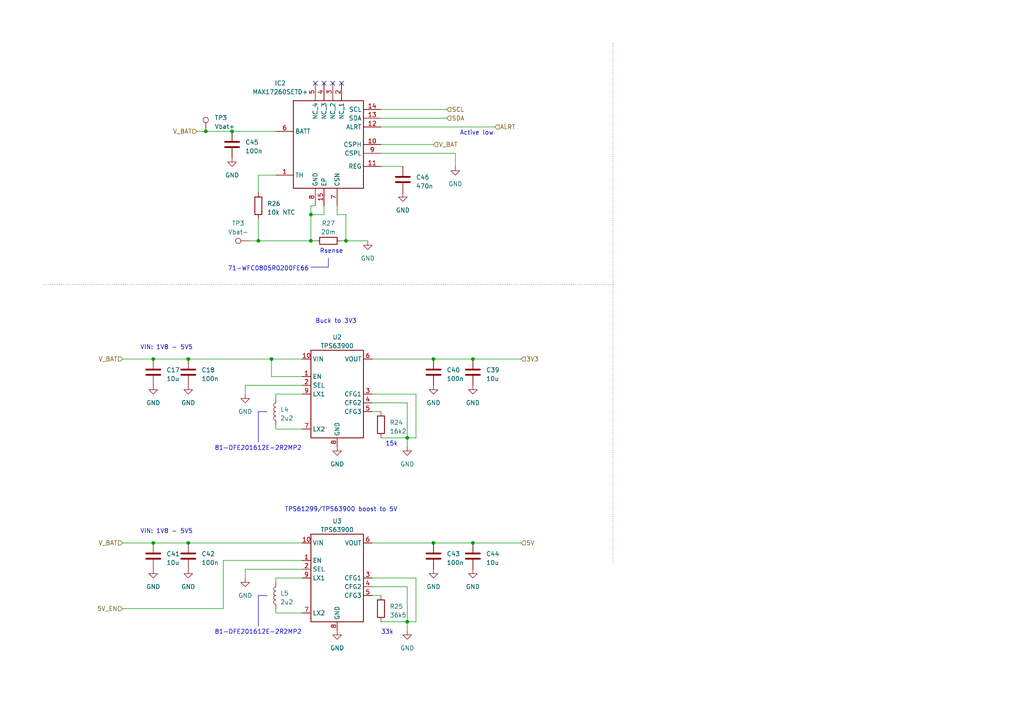
<source format=kicad_sch>
(kicad_sch (version 20230121) (generator eeschema)
  (paper "A4")
  (lib_symbols
    (symbol "Connector:TestPoint" (pin_numbers hide) (pin_names (offset 0.762) hide)
      (property "Reference" "TP" (at 0 6.858 0))
      (property "Value" "TestPoint" (at 0 5.08 0))
      (symbol "TestPoint_0_1"
        (circle (center 0 3.302) (radius 0.762))
      )
      (symbol "TestPoint_1_1"
        (pin passive line (at 0 0 90) (length 2.54) (name "1") (number "1"))
      )
    )
    (symbol "Device:C" (pin_numbers hide) (pin_names (offset 0.254))
      (property "Reference" "C" (at 0.635 2.54 0))
      (property "Value" "C" (at 0.635 -2.54 0))
      (symbol "C_0_1"
        (polyline (pts (xy -2.032 -0.762) (xy 2.032 -0.762)) (stroke (width 0.508)))
        (polyline (pts (xy -2.032 0.762) (xy 2.032 0.762)) (stroke (width 0.508)))
      )
      (symbol "C_1_1"
        (pin passive line (at 0 3.81 270) (length 2.794) (name "~") (number "1"))
        (pin passive line (at 0 -3.81 90) (length 2.794) (name "~") (number "2"))
      )
    )
    (symbol "Device:L" (pin_numbers hide) (pin_names (offset 1.016) hide)
      (property "Reference" "L" (at -1.27 0 90))
      (property "Value" "L" (at 1.905 0 90))
      (symbol "L_0_1"
        (arc (start 0 -2.54) (mid 0.6323 -1.905) (end 0 -1.27))
        (arc (start 0 -1.27) (mid 0.6323 -0.635) (end 0 0))
        (arc (start 0 0) (mid 0.6323 0.635) (end 0 1.27))
        (arc (start 0 1.27) (mid 0.6323 1.905) (end 0 2.54))
      )
      (symbol "L_1_1"
        (pin passive line (at 0 3.81 270) (length 1.27) (name "1") (number "1"))
        (pin passive line (at 0 -3.81 90) (length 1.27) (name "2") (number "2"))
      )
    )
    (symbol "Device:R" (pin_numbers hide) (pin_names (offset 0))
      (property "Reference" "R" (at 2.032 0 90))
      (property "Value" "R" (at 0 0 90))
      (symbol "R_0_1"
        (rectangle (start -1.016 -2.54) (end 1.016 2.54) (stroke (width 0.254)))
      )
      (symbol "R_1_1"
        (pin passive line (at 0 3.81 270) (length 1.27) (name "~") (number "1"))
        (pin passive line (at 0 -3.81 90) (length 1.27) (name "~") (number "2"))
      )
    )
    (symbol "MAX17260SETD+:MAX17260SETD+"
      (property "Reference" "IC2" (at 1.27 7.62 0))
      (property "Value" "MAX17260SETD+" (at 1.27 5.08 0))
      (symbol "MAX17260SETD+_1_1"
        (rectangle (start 5.08 2.54) (end 25.4 -22.86) (stroke (width 0.254)))
        (pin passive line (at 0 -19.05 0) (length 5.08) (name "TH") (number "1"))
        (pin passive line (at 30.48 -10.16 180) (length 5.08) (name "CSPH") (number "10"))
        (pin passive line (at 30.48 -16.51 180) (length 5.08) (name "REG") (number "11"))
        (pin passive line (at 30.48 -5.08 180) (length 5.08) (name "ALRT") (number "12"))
        (pin passive line (at 30.48 -2.54 180) (length 5.08) (name "SDA") (number "13"))
        (pin passive line (at 30.48 0 180) (length 5.08) (name "SCL") (number "14"))
        (pin passive line (at 13.97 -27.94 90) (length 5.08) (name "EP") (number "15"))
        (pin passive line (at 19.05 7.62 270) (length 5.08) (name "NC_1") (number "2"))
        (pin passive line (at 16.51 7.62 270) (length 5.08) (name "NC_2") (number "3"))
        (pin passive line (at 13.97 7.62 270) (length 5.08) (name "NC_3") (number "4"))
        (pin passive line (at 11.43 7.62 270) (length 5.08) (name "NC_4") (number "5"))
        (pin passive line (at 0 -6.35 0) (length 5.08) (name "BATT") (number "6"))
        (pin passive line (at 17.78 -27.94 90) (length 5.08) (name "CSN") (number "7"))
        (pin passive line (at 11.43 -27.94 90) (length 5.08) (name "GND") (number "8"))
        (pin passive line (at 30.48 -12.7 180) (length 5.08) (name "CSPL") (number "9"))
      )
    )
    (symbol "Regulator_Switching:TPS63900"
      (property "Reference" "U2" (at 0 16.51 0))
      (property "Value" "TPS63900" (at 0 13.97 0))
      (symbol "TPS63900_1_1"
        (rectangle (start -7.62 12.7) (end 7.62 -12.7) (stroke (width 0.254)))
        (pin input line (at -10.16 5.08 0) (length 2.54) (name "EN") (number "1"))
        (pin power_in line (at -10.16 10.16 0) (length 2.54) (name "VIN") (number "10"))
        (pin passive line (at 0 -15.24 90) (length 2.54) hide (name "GND") (number "11"))
        (pin input line (at -10.16 2.54 0) (length 2.54) (name "SEL") (number "2"))
        (pin input line (at 10.16 0 180) (length 2.54) (name "CFG1") (number "3"))
        (pin input line (at 10.16 -2.54 180) (length 2.54) (name "CFG2") (number "4"))
        (pin input line (at 10.16 -5.08 180) (length 2.54) (name "CFG3") (number "5"))
        (pin power_out line (at 10.16 10.16 180) (length 2.54) (name "VOUT") (number "6"))
        (pin input line (at -10.16 -10.16 0) (length 2.54) (name "LX2") (number "7"))
        (pin power_in line (at 0 -15.24 90) (length 2.54) (name "GND") (number "8"))
        (pin input line (at -10.16 0 0) (length 2.54) (name "LX1") (number "9"))
      )
    )
    (symbol "power:GND" (power) (pin_names (offset 0))
      (property "Value" "GND" (at 0 -3.81 0))
      (symbol "GND_0_1"
        (polyline (pts (xy 0 0) (xy 0 -1.27) (xy 1.27 -1.27) (xy 0 -2.54) (xy -1.27 -1.27) (xy 0 -1.27)))
      )
      (symbol "GND_1_1"
        (pin power_in line (at 0 0 270) (length 0) hide (name "GND") (number "1"))
      )
    )
  )
  (junction (at 78.74 104.14))
  (junction (at 54.61 157.48))
  (junction (at 59.69 38.1))
  (junction (at 44.45 104.14))
  (junction (at 90.17 69.85))
  (junction (at 118.11 180.34))
  (junction (at 100.33 69.85))
  (junction (at 54.61 104.14))
  (junction (at 137.16 157.48))
  (junction (at 44.45 157.48))
  (junction (at 125.73 104.14))
  (junction (at 74.93 69.85))
  (junction (at 90.17 62.23))
  (junction (at 137.16 104.14))
  (junction (at 67.31 38.1))
  (junction (at 118.11 127))
  (junction (at 125.73 157.48))
  (no_connect (at 93.98 24.13))
  (no_connect (at 99.06 24.13))
  (no_connect (at 96.52 24.13))
  (no_connect (at 91.44 24.13))
  (wire (pts (xy 80.01 123.19) (xy 80.01 124.46)))
  (wire (pts (xy 74.93 55.88) (xy 74.93 50.8)))
  (wire (pts (xy 59.69 38.1) (xy 67.31 38.1)))
  (polyline (pts (xy 74.93 119.38) (xy 77.47 119.38)))
  (wire (pts (xy 132.08 44.45) (xy 132.08 48.26)))
  (wire (pts (xy 97.79 59.69) (xy 97.79 62.23)))
  (wire (pts (xy 125.73 104.14) (xy 137.16 104.14)))
  (wire (pts (xy 118.11 127) (xy 120.65 127)))
  (wire (pts (xy 74.93 50.8) (xy 80.01 50.8)))
  (wire (pts (xy 71.12 111.76) (xy 87.63 111.76)))
  (wire (pts (xy 107.95 167.64) (xy 120.65 167.64)))
  (wire (pts (xy 120.65 167.64) (xy 120.65 180.34)))
  (wire (pts (xy 100.33 69.85) (xy 100.33 62.23)))
  (wire (pts (xy 64.77 162.56) (xy 87.63 162.56)))
  (wire (pts (xy 44.45 104.14) (xy 54.61 104.14)))
  (wire (pts (xy 110.49 34.29) (xy 129.54 34.29)))
  (wire (pts (xy 100.33 69.85) (xy 106.68 69.85)))
  (wire (pts (xy 110.49 127) (xy 118.11 127)))
  (wire (pts (xy 80.01 124.46) (xy 87.63 124.46)))
  (wire (pts (xy 54.61 157.48) (xy 87.63 157.48)))
  (wire (pts (xy 35.56 157.48) (xy 44.45 157.48)))
  (polyline (pts (xy 76.2 172.72) (xy 77.47 172.72)))
  (wire (pts (xy 78.74 104.14) (xy 87.63 104.14)))
  (wire (pts (xy 107.95 172.72) (xy 110.49 172.72)))
  (polyline (pts (xy 90.17 77.47) (xy 95.25 77.47)))
  (wire (pts (xy 107.95 114.3) (xy 120.65 114.3)))
  (wire (pts (xy 107.95 157.48) (xy 125.73 157.48)))
  (wire (pts (xy 80.01 167.64) (xy 80.01 168.91)))
  (wire (pts (xy 99.06 69.85) (xy 100.33 69.85)))
  (wire (pts (xy 44.45 157.48) (xy 54.61 157.48)))
  (polyline (pts (xy 74.93 128.27) (xy 74.93 119.38)))
  (wire (pts (xy 87.63 114.3) (xy 80.01 114.3)))
  (wire (pts (xy 87.63 167.64) (xy 80.01 167.64)))
  (wire (pts (xy 118.11 129.54) (xy 118.11 127)))
  (wire (pts (xy 78.74 109.22) (xy 87.63 109.22)))
  (wire (pts (xy 90.17 59.69) (xy 91.44 59.69)))
  (polyline (pts (xy 177.8 12.7) (xy 177.8 82.55)) (stroke (width 0) (type dot)))
  (wire (pts (xy 35.56 104.14) (xy 44.45 104.14)))
  (polyline (pts (xy 74.93 172.72) (xy 76.2 172.72)))
  (wire (pts (xy 72.39 69.85) (xy 74.93 69.85)))
  (wire (pts (xy 93.98 59.69) (xy 93.98 62.23)))
  (wire (pts (xy 78.74 104.14) (xy 78.74 109.22)))
  (wire (pts (xy 90.17 62.23) (xy 93.98 62.23)))
  (wire (pts (xy 90.17 69.85) (xy 91.44 69.85)))
  (wire (pts (xy 120.65 114.3) (xy 120.65 127)))
  (wire (pts (xy 137.16 104.14) (xy 151.13 104.14)))
  (wire (pts (xy 57.15 38.1) (xy 59.69 38.1)))
  (wire (pts (xy 110.49 180.34) (xy 118.11 180.34)))
  (polyline (pts (xy 177.8 82.55) (xy 177.8 163.83)) (stroke (width 0) (type dot)))
  (wire (pts (xy 118.11 116.84) (xy 118.11 127)))
  (wire (pts (xy 80.01 177.8) (xy 87.63 177.8)))
  (wire (pts (xy 74.93 63.5) (xy 74.93 69.85)))
  (wire (pts (xy 71.12 165.1) (xy 87.63 165.1)))
  (wire (pts (xy 35.56 176.53) (xy 64.77 176.53)))
  (polyline (pts (xy 95.25 74.93) (xy 95.25 77.47)))
  (wire (pts (xy 90.17 59.69) (xy 90.17 62.23)))
  (wire (pts (xy 110.49 31.75) (xy 129.54 31.75)))
  (wire (pts (xy 118.11 170.18) (xy 118.11 180.34)))
  (wire (pts (xy 110.49 36.83) (xy 143.51 36.83)))
  (wire (pts (xy 110.49 44.45) (xy 132.08 44.45)))
  (wire (pts (xy 107.95 119.38) (xy 110.49 119.38)))
  (wire (pts (xy 107.95 104.14) (xy 125.73 104.14)))
  (wire (pts (xy 71.12 165.1) (xy 71.12 167.64)))
  (wire (pts (xy 67.31 38.1) (xy 80.01 38.1)))
  (wire (pts (xy 125.73 41.91) (xy 110.49 41.91)))
  (wire (pts (xy 74.93 69.85) (xy 90.17 69.85)))
  (wire (pts (xy 118.11 180.34) (xy 120.65 180.34)))
  (wire (pts (xy 118.11 182.88) (xy 118.11 180.34)))
  (wire (pts (xy 80.01 114.3) (xy 80.01 115.57)))
  (polyline (pts (xy 74.93 181.61) (xy 74.93 172.72)))
  (wire (pts (xy 90.17 62.23) (xy 90.17 69.85)))
  (wire (pts (xy 71.12 111.76) (xy 71.12 114.3)))
  (wire (pts (xy 137.16 157.48) (xy 151.13 157.48)))
  (wire (pts (xy 100.33 62.23) (xy 97.79 62.23)))
  (wire (pts (xy 107.95 116.84) (xy 118.11 116.84)))
  (wire (pts (xy 107.95 170.18) (xy 118.11 170.18)))
  (wire (pts (xy 64.77 162.56) (xy 64.77 176.53)))
  (wire (pts (xy 80.01 176.53) (xy 80.01 177.8)))
  (wire (pts (xy 110.49 48.26) (xy 116.84 48.26)))
  (wire (pts (xy 125.73 157.48) (xy 137.16 157.48)))
  (wire (pts (xy 54.61 104.14) (xy 78.74 104.14)))
  (polyline (pts (xy 12.7 82.55) (xy 177.8 82.55)) (stroke (width 0) (type dot)))
  (text "71-WFC0805R0200FE66" (at 66.04 78.74 0) (effects (font (size 1.27 1.27)) (justify left bottom)))
  (text "Buck to 3V3" (at 91.44 93.98 0) (effects (font (size 1.27 1.27)) (justify left bottom)))
  (text "81-DFE201612E-2R2MP2" (at 62.23 130.81 0) (effects (font (size 1.27 1.27)) (justify left bottom)))
  (text "15k" (at 111.76 129.54 0) (effects (font (size 1.27 1.27)) (justify left bottom)))
  (text "VIN: 1V8 - 5V5" (at 40.64 101.6 0) (effects (font (size 1.27 1.27)) (justify left bottom)))
  (text "VIN: 1V8 - 5V5" (at 40.64 154.94 0) (effects (font (size 1.27 1.27)) (justify left bottom)))
  (text "Active low" (at 133.35 39.37 0) (effects (font (size 1.27 1.27)) (justify left bottom)))
  (text "33k" (at 110.49 184.15 0) (effects (font (size 1.27 1.27)) (justify left bottom)))
  (text "81-DFE201612E-2R2MP2" (at 62.23 184.15 0) (effects (font (size 1.27 1.27)) (justify left bottom)))
  (text "TPS61299/TPS63900 boost to 5V" (at 82.55 148.59 0) (effects (font (size 1.27 1.27)) (justify left bottom)))
  (text "Rsense" (at 92.71 73.66 0) (effects (font (size 1.27 1.27)) (justify left bottom)))
  (hierarchical_label "ALRT" (shape input) (at 143.51 36.83 0))
  (hierarchical_label "5V_EN" (shape input) (at 35.56 176.53 180))
  (hierarchical_label "SCL" (shape input) (at 129.54 31.75 0))
  (hierarchical_label "V_BAT" (shape input) (at 57.15 38.1 180))
  (hierarchical_label "V_BAT" (shape input) (at 35.56 104.14 180))
  (hierarchical_label "3V3" (shape input) (at 151.13 104.14 0))
  (hierarchical_label "SDA" (shape input) (at 129.54 34.29 0))
  (hierarchical_label "V_BAT" (shape input) (at 35.56 157.48 180))
  (hierarchical_label "5V" (shape input) (at 151.13 157.48 0))
  (hierarchical_label "V_BAT" (shape input) (at 125.73 41.91 0))
  (symbol (lib_id "Device:C") (at 116.84 52.07 0) (unit 1)
    (property "Reference" "C46" (at 120.65 51.435 0) (effects (justify left)))
    (property "Value" "470n" (at 120.65 53.975 0) (effects (justify left)))
    (property "Footprint" "Capacitor_SMD:C_0603_1608Metric_Pad1.08x0.95mm_HandSolder" (effects hide))
    (instances (project "driver_prereg_combined" (path "" (reference "C46") (unit 1))) (project "driver" (path "" (reference "C1") (unit 1))))
  )
  (symbol (lib_id "power:GND") (at 137.16 165.1 0) (unit 1)
    (property "Reference" "#PWR062" (effects hide))
    (property "Value" "GND" (at 137.16 170.18 0))
    (instances (project "driver_prereg_combined" (path "" (reference "#PWR062") (unit 1))) (project "driver" (path "" (reference "#PWR01") (unit 1))))
  )
  (symbol (lib_id "Device:C") (at 44.45 161.29 0) (unit 1)
    (property "Reference" "C41" (at 48.26 160.655 0) (effects (justify left)))
    (property "Value" "10u" (at 48.26 163.195 0) (effects (justify left)))
    (property "Footprint" "Capacitor_SMD:C_0603_1608Metric_Pad1.08x0.95mm_HandSolder" (effects hide))
    (instances (project "driver_prereg_combined" (path "" (reference "C41") (unit 1))) (project "driver" (path "" (reference "C1") (unit 1))))
  )
  (symbol (lib_id "power:GND") (at 137.16 111.76 0) (unit 1)
    (property "Reference" "#PWR052" (effects hide))
    (property "Value" "GND" (at 137.16 116.84 0))
    (instances (project "driver_prereg_combined" (path "" (reference "#PWR052") (unit 1))) (project "driver" (path "" (reference "#PWR01") (unit 1))))
  )
  (symbol (lib_id "power:GND") (at 106.68 69.85 0) (unit 1)
    (property "Reference" "#PWR063" (effects hide))
    (property "Value" "GND" (at 106.68 74.93 0))
    (instances (project "driver_prereg_combined" (path "" (reference "#PWR063") (unit 1))) (project "driver" (path "" (reference "#PWR01") (unit 1))))
  )
  (symbol (lib_id "power:GND") (at 125.73 165.1 0) (unit 1)
    (property "Reference" "#PWR061" (effects hide))
    (property "Value" "GND" (at 125.73 170.18 0))
    (instances (project "driver_prereg_combined" (path "" (reference "#PWR061") (unit 1))) (project "driver" (path "" (reference "#PWR01") (unit 1))))
  )
  (symbol (lib_id "Device:C") (at 44.45 107.95 0) (unit 1)
    (property "Reference" "C17" (at 48.26 107.315 0) (effects (justify left)))
    (property "Value" "10u" (at 48.26 109.855 0) (effects (justify left)))
    (property "Footprint" "Capacitor_SMD:C_0603_1608Metric_Pad1.08x0.95mm_HandSolder" (effects hide))
    (instances (project "driver_prereg_combined" (path "" (reference "C17") (unit 1))) (project "driver" (path "" (reference "C1") (unit 1))))
  )
  (symbol (lib_id "Device:C") (at 125.73 107.95 0) (unit 1)
    (property "Reference" "C40" (at 129.54 107.315 0) (effects (justify left)))
    (property "Value" "100n" (at 129.54 109.855 0) (effects (justify left)))
    (property "Footprint" "Capacitor_SMD:C_0603_1608Metric_Pad1.08x0.95mm_HandSolder" (effects hide))
    (instances (project "driver_prereg_combined" (path "" (reference "C40") (unit 1))) (project "driver" (path "" (reference "C1") (unit 1))))
  )
  (symbol (lib_id "Device:C") (at 137.16 107.95 0) (unit 1)
    (property "Reference" "C39" (at 140.97 107.315 0) (effects (justify left)))
    (property "Value" "10u" (at 140.97 109.855 0) (effects (justify left)))
    (property "Footprint" "Capacitor_SMD:C_0603_1608Metric_Pad1.08x0.95mm_HandSolder" (effects hide))
    (instances (project "driver_prereg_combined" (path "" (reference "C39") (unit 1))) (project "driver" (path "" (reference "C1") (unit 1))))
  )
  (symbol (lib_id "power:GND") (at 44.45 111.76 0) (unit 1)
    (property "Reference" "#PWR017" (effects hide))
    (property "Value" "GND" (at 44.45 116.84 0))
    (instances (project "driver_prereg_combined" (path "" (reference "#PWR017") (unit 1))) (project "driver" (path "" (reference "#PWR01") (unit 1))))
  )
  (symbol (lib_id "Device:C") (at 67.31 41.91 0) (unit 1)
    (property "Reference" "C45" (at 71.12 41.275 0) (effects (justify left)))
    (property "Value" "100n" (at 71.12 43.815 0) (effects (justify left)))
    (property "Footprint" "Capacitor_SMD:C_0603_1608Metric_Pad1.08x0.95mm_HandSolder" (effects hide))
    (instances (project "driver_prereg_combined" (path "" (reference "C45") (unit 1))) (project "driver" (path "" (reference "C1") (unit 1))))
  )
  (symbol (lib_id "Device:C") (at 137.16 161.29 0) (unit 1)
    (property "Reference" "C44" (at 140.97 160.655 0) (effects (justify left)))
    (property "Value" "10u" (at 140.97 163.195 0) (effects (justify left)))
    (property "Footprint" "Capacitor_SMD:C_0603_1608Metric_Pad1.08x0.95mm_HandSolder" (effects hide))
    (instances (project "driver_prereg_combined" (path "" (reference "C44") (unit 1))) (project "driver" (path "" (reference "C1") (unit 1))))
  )
  (symbol (lib_id "Connector:TestPoint") (at 72.39 69.85 90) (unit 1)
    (property "Reference" "TP3" (at 69.088 64.77 90))
    (property "Value" "Vbat-" (at 69.088 67.31 90))
    (property "Footprint" "TestPoint:TestPoint_THTPad_2.5x2.5mm_Drill1.2mm" (effects hide))
    (instances (project "prereg" (path "" (reference "TP3") (unit 1))) (project "driver_prereg_combined" (path "" (reference "TP12") (unit 1))))
  )
  (symbol (lib_id "power:GND") (at 97.79 182.88 0) (unit 1)
    (property "Reference" "#PWR059" (effects hide))
    (property "Value" "GND" (at 97.79 187.96 0))
    (instances (project "driver_prereg_combined" (path "" (reference "#PWR059") (unit 1))) (project "driver" (path "" (reference "#PWR01") (unit 1))))
  )
  (symbol (lib_id "power:GND") (at 54.61 111.76 0) (unit 1)
    (property "Reference" "#PWR051" (effects hide))
    (property "Value" "GND" (at 54.61 116.84 0))
    (instances (project "driver_prereg_combined" (path "" (reference "#PWR051") (unit 1))) (project "driver" (path "" (reference "#PWR01") (unit 1))))
  )
  (symbol (lib_id "power:GND") (at 118.11 182.88 0) (unit 1)
    (property "Reference" "#PWR060" (effects hide))
    (property "Value" "GND" (at 118.11 187.96 0))
    (instances (project "driver_prereg_combined" (path "" (reference "#PWR060") (unit 1))) (project "driver" (path "" (reference "#PWR01") (unit 1))))
  )
  (symbol (lib_id "power:GND") (at 97.79 129.54 0) (unit 1)
    (property "Reference" "#PWR014" (effects hide))
    (property "Value" "GND" (at 97.79 134.62 0))
    (instances (project "driver_prereg_combined" (path "" (reference "#PWR014") (unit 1))) (project "driver" (path "" (reference "#PWR01") (unit 1))))
  )
  (symbol (lib_id "Connector:TestPoint") (at 59.69 38.1 0) (unit 1)
    (property "Reference" "TP3" (at 62.23 34.163 0) (effects (justify left)))
    (property "Value" "Vbat+" (at 62.23 36.703 0) (effects (justify left)))
    (property "Footprint" "TestPoint:TestPoint_THTPad_2.5x2.5mm_Drill1.2mm" (effects hide))
    (instances (project "prereg" (path "" (reference "TP3") (unit 1))) (project "driver_prereg_combined" (path "" (reference "TP9") (unit 1))))
  )
  (symbol (lib_id "Regulator_Switching:TPS63900") (at 97.79 114.3 0) (unit 1)
    (property "Reference" "U2" (at 97.79 97.79 0))
    (property "Value" "TPS63900" (at 97.79 100.33 0))
    (property "Footprint" "Package_SON:WSON-10-1EP_2.5x2.5mm_P0.5mm_EP1.2x2mm_ThermalVias" (effects hide))
    (property "Datasheet" "https://www.ti.com/lit/ds/symlink/tps63900.pdf" (effects hide))
  )
  (symbol (lib_id "Device:C") (at 54.61 107.95 0) (unit 1)
    (property "Reference" "C18" (at 58.42 107.315 0) (effects (justify left)))
    (property "Value" "100n" (at 58.42 109.855 0) (effects (justify left)))
    (property "Footprint" "Capacitor_SMD:C_0603_1608Metric_Pad1.08x0.95mm_HandSolder" (effects hide))
    (instances (project "driver_prereg_combined" (path "" (reference "C18") (unit 1))) (project "driver" (path "" (reference "C1") (unit 1))))
  )
  (symbol (lib_id "power:GND") (at 67.31 45.72 0) (unit 1)
    (property "Reference" "#PWR064" (effects hide))
    (property "Value" "GND" (at 67.31 50.8 0))
    (instances (project "driver_prereg_combined" (path "" (reference "#PWR064") (unit 1))) (project "driver" (path "" (reference "#PWR01") (unit 1))))
  )
  (symbol (lib_id "power:GND") (at 125.73 111.76 0) (unit 1)
    (property "Reference" "#PWR053" (effects hide))
    (property "Value" "GND" (at 125.73 116.84 0))
    (instances (project "driver_prereg_combined" (path "" (reference "#PWR053") (unit 1))) (project "driver" (path "" (reference "#PWR01") (unit 1))))
  )
  (symbol (lib_id "power:GND") (at 132.08 48.26 0) (unit 1)
    (property "Reference" "#PWR066" (effects hide))
    (property "Value" "GND" (at 132.08 53.34 0))
    (instances (project "driver_prereg_combined" (path "" (reference "#PWR066") (unit 1))) (project "driver" (path "" (reference "#PWR01") (unit 1))))
  )
  (symbol (lib_id "Regulator_Switching:TPS63900") (at 97.79 167.64 0) (unit 1)
    (property "Reference" "U3" (at 97.79 151.13 0))
    (property "Value" "TPS63900" (at 97.79 153.67 0))
    (property "Footprint" "Package_SON:WSON-10-1EP_2.5x2.5mm_P0.5mm_EP1.2x2mm_ThermalVias" (effects hide))
    (property "Datasheet" "https://www.ti.com/lit/ds/symlink/tps63900.pdf" (effects hide))
  )
  (symbol (lib_id "Device:C") (at 54.61 161.29 0) (unit 1)
    (property "Reference" "C42" (at 58.42 160.655 0) (effects (justify left)))
    (property "Value" "100n" (at 58.42 163.195 0) (effects (justify left)))
    (property "Footprint" "Capacitor_SMD:C_0603_1608Metric_Pad1.08x0.95mm_HandSolder" (effects hide))
    (instances (project "driver_prereg_combined" (path "" (reference "C42") (unit 1))) (project "driver" (path "" (reference "C1") (unit 1))))
  )
  (symbol (lib_id "power:GND") (at 71.12 114.3 0) (unit 1)
    (property "Reference" "#PWR055" (effects hide))
    (property "Value" "GND" (at 71.12 119.38 0))
    (instances (project "driver_prereg_combined" (path "" (reference "#PWR055") (unit 1))) (project "driver" (path "" (reference "#PWR01") (unit 1))))
  )
  (symbol (lib_id "power:GND") (at 44.45 165.1 0) (unit 1)
    (property "Reference" "#PWR056" (effects hide))
    (property "Value" "GND" (at 44.45 170.18 0))
    (instances (project "driver_prereg_combined" (path "" (reference "#PWR056") (unit 1))) (project "driver" (path "" (reference "#PWR01") (unit 1))))
  )
  (symbol (lib_id "Device:R") (at 110.49 123.19 0) (unit 1)
    (property "Reference" "R24" (at 113.03 122.555 0) (effects (justify left)))
    (property "Value" "16k2" (at 113.03 125.095 0) (effects (justify left)))
    (property "Footprint" "Resistor_SMD:R_0603_1608Metric_Pad0.98x0.95mm_HandSolder" (effects hide))
    (instances (project "driver_prereg_combined" (path "" (reference "R24") (unit 1))) (project "driver" (path "" (reference "R7") (unit 1))))
  )
  (symbol (lib_id "Device:R") (at 110.49 176.53 0) (unit 1)
    (property "Reference" "R25" (at 113.03 175.895 0) (effects (justify left)))
    (property "Value" "36k5" (at 113.03 178.435 0) (effects (justify left)))
    (property "Footprint" "Resistor_SMD:R_0603_1608Metric_Pad0.98x0.95mm_HandSolder" (effects hide))
    (instances (project "driver_prereg_combined" (path "" (reference "R25") (unit 1))) (project "driver" (path "" (reference "R7") (unit 1))))
  )
  (symbol (lib_id "power:GND") (at 71.12 167.64 0) (unit 1)
    (property "Reference" "#PWR058" (effects hide))
    (property "Value" "GND" (at 71.12 172.72 0))
    (instances (project "driver_prereg_combined" (path "" (reference "#PWR058") (unit 1))) (project "driver" (path "" (reference "#PWR01") (unit 1))))
  )
  (symbol (lib_id "power:GND") (at 118.11 129.54 0) (unit 1)
    (property "Reference" "#PWR054" (effects hide))
    (property "Value" "GND" (at 118.11 134.62 0))
    (instances (project "driver_prereg_combined" (path "" (reference "#PWR054") (unit 1))) (project "driver" (path "" (reference "#PWR01") (unit 1))))
  )
  (symbol (lib_id "MAX17260SETD+:MAX17260SETD+") (at 80.01 31.75 0) (unit 1)
    (property "Reference" "IC2" (at 81.28 24.13 0))
    (property "Value" "MAX17260SETD+" (at 81.28 26.67 0))
    (property "Footprint" "MAX17260:SON40P300X300X80-15N" (effects hide))
    (property "Datasheet" "https://www.analog.com/MAX17260/datasheet" (effects hide))
    (property "Height" "0.8" (effects hide))
    (property "Mouser Part Number" "700-MAX17260SETD+" (effects hide))
    (property "Mouser Price/Stock" "https://www.mouser.co.uk/ProductDetail/Analog-Devices-Maxim-Integrated/MAX17260SETD%2b?qs=%252BEew9%252B0nqrAfepKB1Fe0%252Bw%3D%3D" (effects hide))
    (property "Manufacturer_Name" "Analog Devices" (effects hide))
    (property "Manufacturer_Part_Number" "MAX17260SETD+" (effects hide))
  )
  (symbol (lib_id "Device:L") (at 80.01 119.38 180) (unit 1)
    (property "Reference" "L4" (at 81.28 118.745 0) (effects (justify right)))
    (property "Value" "2u2" (at 81.28 121.285 0) (effects (justify right)))
    (property "Footprint" "Inductor_SMD:L_Murata_DFE201610P" (effects hide))
    (instances (project "driver_prereg_combined" (path "" (reference "L4") (unit 1))) (project "driver" (path "" (reference "L2") (unit 1))))
  )
  (symbol (lib_id "power:GND") (at 54.61 165.1 0) (unit 1)
    (property "Reference" "#PWR057" (effects hide))
    (property "Value" "GND" (at 54.61 170.18 0))
    (instances (project "driver_prereg_combined" (path "" (reference "#PWR057") (unit 1))) (project "driver" (path "" (reference "#PWR01") (unit 1))))
  )
  (symbol (lib_id "Device:R") (at 74.93 59.69 0) (unit 1)
    (property "Reference" "R26" (at 77.47 59.055 0) (effects (justify left)))
    (property "Value" "10k NTC" (at 77.47 61.595 0) (effects (justify left)))
    (property "Footprint" "Resistor_SMD:R_0603_1608Metric_Pad0.98x0.95mm_HandSolder" (effects hide))
    (instances (project "driver_prereg_combined" (path "" (reference "R26") (unit 1))) (project "driver" (path "" (reference "R7") (unit 1))))
  )
  (symbol (lib_id "power:GND") (at 116.84 55.88 0) (unit 1)
    (property "Reference" "#PWR065" (effects hide))
    (property "Value" "GND" (at 116.84 60.96 0))
    (instances (project "driver_prereg_combined" (path "" (reference "#PWR065") (unit 1))) (project "driver" (path "" (reference "#PWR01") (unit 1))))
  )
  (symbol (lib_id "Device:C") (at 125.73 161.29 0) (unit 1)
    (property "Reference" "C43" (at 129.54 160.655 0) (effects (justify left)))
    (property "Value" "100n" (at 129.54 163.195 0) (effects (justify left)))
    (property "Footprint" "Capacitor_SMD:C_0603_1608Metric_Pad1.08x0.95mm_HandSolder" (effects hide))
    (instances (project "driver_prereg_combined" (path "" (reference "C43") (unit 1))) (project "driver" (path "" (reference "C1") (unit 1))))
  )
  (symbol (lib_id "Device:L") (at 80.01 172.72 180) (unit 1)
    (property "Reference" "L5" (at 81.28 172.085 0) (effects (justify right)))
    (property "Value" "2u2" (at 81.28 174.625 0) (effects (justify right)))
    (property "Footprint" "Inductor_SMD:L_Murata_DFE201610P" (effects hide))
    (instances (project "driver_prereg_combined" (path "" (reference "L5") (unit 1))) (project "driver" (path "" (reference "L2") (unit 1))))
  )
  (symbol (lib_id "Device:R") (at 95.25 69.85 90) (unit 1)
    (property "Reference" "R27" (at 95.25 64.77 90))
    (property "Value" "20m" (at 95.25 67.31 90))
    (property "Footprint" "Resistor_SMD:R_1206_3216Metric_Pad1.30x1.75mm_HandSolder" (effects hide))
    (instances (project "driver_prereg_combined" (path "" (reference "R27") (unit 1))) (project "driver" (path "" (reference "R7") (unit 1))))
  )
)
</source>
